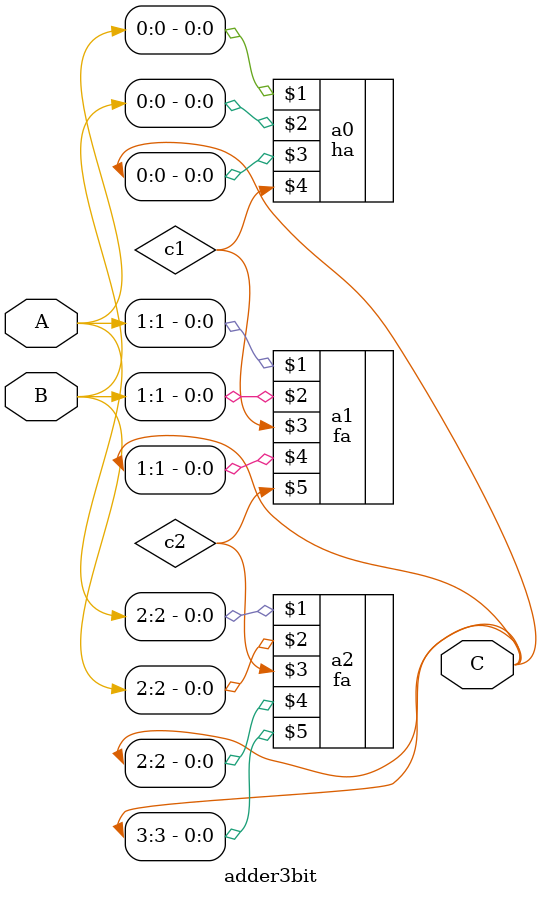
<source format=v>
module adder3bit(
	input [2:0] A,
	input [2:0] B,
	output [3:0] C
);


wire c1, c2, c3, c4;
ha a0(A[0], B[0], C[0], c1);
fa a1(A[1], B[1], c1, C[1], c2);
fa a2(A[2], B[2], c2, C[2], C[3]);

endmodule

</source>
